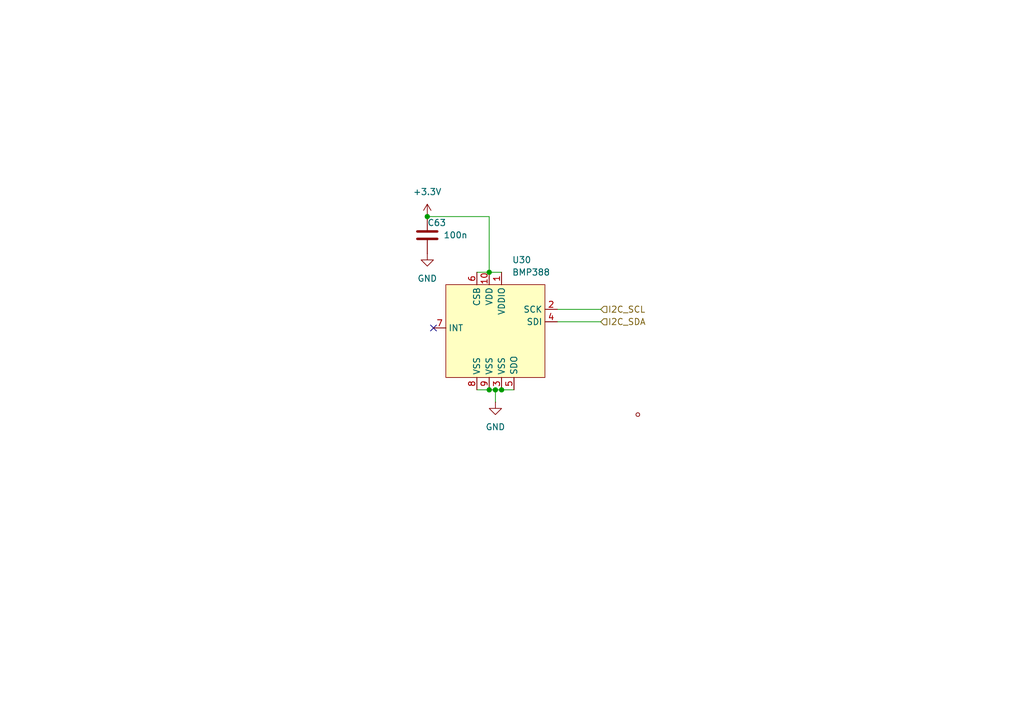
<source format=kicad_sch>
(kicad_sch (version 20250114) (generator "eeschema") (generator_version "9.0")
  (paper "A5")
  (lib_symbols
    (symbol "Device:C" (pin_numbers (hide yes)) (pin_names (offset 0.254))
      (property "Reference" "C" (at 0.635 2.54 0))
      (property "Value" "C" (at 0.635 -2.54 0))
      (symbol "C_0_1"
        (polyline (pts (xy -2.032 0.762) (xy 2.032 0.762)) (stroke (width 0.508)))
        (polyline (pts (xy -2.032 -0.762) (xy 2.032 -0.762)) (stroke (width 0.508)))
      )
      (symbol "C_1_1"
        (pin passive line (at 0 3.81 270) (length 2.794) (name "~") (number "1"))
        (pin passive line (at 0 -3.81 90) (length 2.794) (name "~") (number "2"))
      )
    )
    (symbol "lib:BMP388"
      (property "Reference" "U30" (at 4.6833 13.97 0))
      (property "Value" "BMP388" (at 4.6833 11.43 0))
      (symbol "BMP388_0_1"
        (rectangle (start -8.89 8.89) (end 11.43 -10.16) (fill (type background)))
        (circle (center 30.48 -17.78) (radius 0.38))
        (pin unspecified line (at -11.43 0 0) (length 2.54) (name "INT") (number "7"))
        (pin unspecified line (at -2.54 11.43 270) (length 2.54) (name "CSB") (number "6"))
        (pin unspecified line (at -2.54 -12.7 90) (length 2.54) (name "VSS") (number "8"))
        (pin unspecified line (at 0 11.43 270) (length 2.54) (name "VDD") (number "10"))
        (pin unspecified line (at 0 -12.7 90) (length 2.54) (name "VSS") (number "9"))
        (pin unspecified line (at 2.54 11.43 270) (length 2.54) (name "VDDIO") (number "1"))
        (pin unspecified line (at 2.54 -12.7 90) (length 2.54) (name "VSS") (number "3"))
        (pin unspecified line (at 5.08 -12.7 90) (length 2.54) (name "SDO") (number "5"))
        (pin unspecified line (at 13.97 3.81 180) (length 2.54) (name "SCK") (number "2"))
        (pin unspecified line (at 13.97 1.27 180) (length 2.54) (name "SDI") (number "4"))
      )
    )
    (symbol "power:+3.3V" (power) (pin_numbers (hide yes)) (pin_names (offset 0) (hide yes))
      (property "Value" "+3.3V" (at 0 3.556 0))
      (symbol "+3.3V_0_1"
        (polyline (pts (xy -0.762 1.27) (xy 0 2.54)))
        (polyline (pts (xy 0 2.54) (xy 0.762 1.27)))
        (polyline (pts (xy 0 0) (xy 0 2.54)))
      )
      (symbol "+3.3V_1_1"
        (pin power_in line (at 0 0 90) (length 0) (name "~") (number "1"))
      )
    )
    (symbol "power:GND" (power) (pin_numbers (hide yes)) (pin_names (offset 0) (hide yes))
      (property "Value" "GND" (at 0 -3.81 0))
      (symbol "GND_0_1"
        (polyline (pts (xy 0 0) (xy 0 -1.27) (xy 1.27 -1.27) (xy 0 -2.54) (xy -1.27 -1.27) (xy 0 -1.27)))
      )
      (symbol "GND_1_1"
        (pin power_in line (at 0 0 270) (length 0) (name "~") (number "1"))
      )
    )
  )
  (junction (at 100.33 55.88))
  (junction (at 102.87 80.01))
  (junction (at 101.6 80.01))
  (junction (at 87.63 44.45))
  (junction (at 100.33 80.01))
  (no_connect (at 88.9 67.31))
  (wire (pts (xy 101.6 80.01) (xy 102.87 80.01)))
  (wire (pts (xy 100.33 80.01) (xy 101.6 80.01)))
  (wire (pts (xy 102.87 80.01) (xy 105.41 80.01)))
  (wire (pts (xy 97.79 55.88) (xy 100.33 55.88)))
  (wire (pts (xy 123.19 63.5) (xy 114.3 63.5)))
  (wire (pts (xy 101.6 80.01) (xy 101.6 82.55)))
  (wire (pts (xy 100.33 44.45) (xy 100.33 55.88)))
  (wire (pts (xy 87.63 44.45) (xy 100.33 44.45)))
  (wire (pts (xy 97.79 80.01) (xy 100.33 80.01)))
  (wire (pts (xy 123.19 66.04) (xy 114.3 66.04)))
  (wire (pts (xy 100.33 55.88) (xy 102.87 55.88)))
  (hierarchical_label "I2C_SDA" (shape input) (at 123.19 66.04 0))
  (hierarchical_label "I2C_SCL" (shape input) (at 123.19 63.5 0))
  (symbol (lib_id "power:GND") (at 87.63 52.07 0) (unit 1)
    (property "Reference" "#PWR0293" (effects (hide yes)))
    (property "Value" "GND" (at 87.63 57.15 0))
    (property "Description" "Power symbol creates a global label with name \"GND\" , ground" (effects (hide yes)))
  )
  (symbol (lib_id "power:+3.3V") (at 87.63 44.45 0) (unit 1)
    (property "Reference" "#PWR0292" (effects (hide yes)))
    (property "Value" "+3.3V" (at 87.63 39.37 0))
    (property "Description" "Power symbol creates a global label with name \"+3.3V\"" (effects (hide yes)))
  )
  (symbol (lib_id "Device:C") (at 87.63 48.26 0) (unit 1)
    (property "Reference" "C63" (at 87.63 45.72 0) (effects (justify left)))
    (property "Value" "100n" (at 90.932 48.26 0) (effects (justify left)))
    (property "Footprint" "Capacitor_SMD:C_0201_0603Metric" (effects (hide yes)))
    (property "LCSC" "C76939" (effects (hide yes)))
  )
  (symbol (lib_id "power:GND") (at 101.6 82.55 0) (unit 1)
    (property "Reference" "#PWR0294" (effects (hide yes)))
    (property "Value" "GND" (at 101.6 87.63 0))
    (property "Description" "Power symbol creates a global label with name \"GND\" , ground" (effects (hide yes)))
  )
  (symbol (lib_id "lib:BMP388") (at 100.33 67.31 0) (unit 1)
    (property "Reference" "U30" (at 105.0133 53.34 0) (effects (justify left)))
    (property "Value" "BMP388" (at 105.0133 55.88 0) (effects (justify left)))
    (property "Footprint" "lib:SENSORM-SMD_BMP388" (effects (hide yes)))
    (property "LCSC Part" "C779278" (effects (hide yes)))
  )
)
</source>
